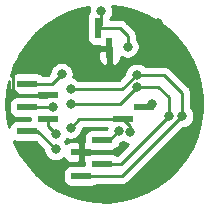
<source format=gbr>
%TF.GenerationSoftware,KiCad,Pcbnew,(5.1.7)-1*%
%TF.CreationDate,2021-04-19T22:56:07+02:00*%
%TF.ProjectId,TMA,544d412e-6b69-4636-9164-5f7063625858,rev?*%
%TF.SameCoordinates,Original*%
%TF.FileFunction,Copper,L2,Bot*%
%TF.FilePolarity,Positive*%
%FSLAX46Y46*%
G04 Gerber Fmt 4.6, Leading zero omitted, Abs format (unit mm)*
G04 Created by KiCad (PCBNEW (5.1.7)-1) date 2021-04-19 22:56:07*
%MOMM*%
%LPD*%
G01*
G04 APERTURE LIST*
%TA.AperFunction,SMDPad,CuDef*%
%ADD10R,1.750000X0.600000*%
%TD*%
%TA.AperFunction,SMDPad,CuDef*%
%ADD11R,0.600000X1.750000*%
%TD*%
%TA.AperFunction,ViaPad*%
%ADD12C,0.800000*%
%TD*%
%TA.AperFunction,Conductor*%
%ADD13C,0.250000*%
%TD*%
%TA.AperFunction,Conductor*%
%ADD14C,0.254000*%
%TD*%
%TA.AperFunction,Conductor*%
%ADD15C,0.100000*%
%TD*%
G04 APERTURE END LIST*
D10*
%TO.P,J4,2*%
%TO.N,+3V3*%
X78345000Y-50300000D03*
%TO.P,J4,1*%
%TO.N,MODE*%
X76595000Y-51300000D03*
%TD*%
%TO.P,J3,4*%
%TO.N,+3V3*%
X74789000Y-53110000D03*
%TO.P,J3,2*%
%TO.N,SDA*%
X74789000Y-55110000D03*
%TO.P,J3,3*%
%TO.N,GND*%
X73039000Y-54110000D03*
%TO.P,J3,1*%
%TO.N,SCL*%
X73039000Y-56110000D03*
%TD*%
%TO.P,J2,4*%
%TO.N,GND*%
X70217000Y-49292000D03*
%TO.P,J2,2*%
%TO.N,RXD*%
X70217000Y-51292000D03*
%TO.P,J2,5*%
%TO.N,+3V3*%
X68467000Y-48292000D03*
%TO.P,J2,3*%
%TO.N,UPDI*%
X68467000Y-50292000D03*
%TO.P,J2,1*%
%TO.N,TXD*%
X68467000Y-52292000D03*
%TD*%
D11*
%TO.P,J1,2*%
%TO.N,Net-(C4-Pad1)*%
X74430000Y-43575000D03*
%TO.P,J1,1*%
%TO.N,GND*%
X75430000Y-45325000D03*
%TD*%
D12*
%TO.N,GND*%
X79502000Y-43180000D03*
X75082400Y-57454800D03*
X76047600Y-54102000D03*
%TO.N,+3V3*%
X71374000Y-47498000D03*
X78994000Y-50038000D03*
X76200000Y-52324000D03*
%TO.N,SDA*%
X77740614Y-48584517D03*
X72136000Y-50038000D03*
X80432387Y-51054000D03*
%TO.N,SCL*%
X72136000Y-48768000D03*
X77737633Y-47562192D03*
X81584800Y-51053982D03*
%TO.N,Net-(C4-Pad1)*%
X74706002Y-42164000D03*
X76962000Y-45161201D03*
%TO.N,UPDI*%
X70612000Y-50292000D03*
%TO.N,MODE*%
X72136000Y-52033000D03*
X77194508Y-52428685D03*
%TO.N,RXD*%
X70866000Y-52578000D03*
%TO.N,TXD*%
X70866000Y-53848000D03*
%TD*%
D13*
%TO.N,GND*%
X67266999Y-48852001D02*
X67266999Y-47388601D01*
X67706998Y-49292000D02*
X67266999Y-48852001D01*
X70217000Y-49292000D02*
X67706998Y-49292000D01*
%TO.N,+3V3*%
X74789000Y-53110000D02*
X74906000Y-53110000D01*
X70580000Y-48292000D02*
X71374000Y-47498000D01*
X68467000Y-48292000D02*
X70580000Y-48292000D01*
X78732000Y-50300000D02*
X78994000Y-50038000D01*
X78345000Y-50300000D02*
X78732000Y-50300000D01*
X74789000Y-53110000D02*
X75414000Y-53110000D01*
X75414000Y-53110000D02*
X76200000Y-52324000D01*
%TO.N,SDA*%
X77740614Y-48584517D02*
X76287131Y-50038000D01*
X76287131Y-50038000D02*
X72136000Y-50038000D01*
X74789000Y-55110000D02*
X76376387Y-55110000D01*
X79572517Y-48584517D02*
X80432387Y-49444387D01*
X77740614Y-48584517D02*
X79572517Y-48584517D01*
X80432387Y-49444387D02*
X80432387Y-51054000D01*
X76376387Y-55110000D02*
X80432387Y-51054000D01*
%TO.N,SCL*%
X76531825Y-48768000D02*
X77737633Y-47562192D01*
X72136000Y-48768000D02*
X76531825Y-48768000D01*
X76528782Y-56110000D02*
X81584800Y-51053982D01*
X73039000Y-56110000D02*
X76528782Y-56110000D01*
X81584800Y-49072800D02*
X81584800Y-51053982D01*
X80074192Y-47562192D02*
X81584800Y-49072800D01*
X77737633Y-47562192D02*
X80074192Y-47562192D01*
%TO.N,Net-(C4-Pad1)*%
X74706002Y-43298998D02*
X74430000Y-43575000D01*
X74706002Y-42164000D02*
X74706002Y-43298998D01*
X76962000Y-45161201D02*
X76962000Y-44246800D01*
X76290200Y-43575000D02*
X74430000Y-43575000D01*
X76962000Y-44246800D02*
X76290200Y-43575000D01*
%TO.N,UPDI*%
X68467000Y-50292000D02*
X70612000Y-50292000D01*
%TO.N,MODE*%
X72869000Y-51300000D02*
X72136000Y-52033000D01*
X76595000Y-51300000D02*
X72869000Y-51300000D01*
X77194508Y-51899508D02*
X76595000Y-51300000D01*
X77194508Y-52428685D02*
X77194508Y-51899508D01*
%TO.N,RXD*%
X70217000Y-51929000D02*
X70866000Y-52578000D01*
X70217000Y-51292000D02*
X70217000Y-51929000D01*
%TO.N,TXD*%
X69310000Y-52292000D02*
X70866000Y-53848000D01*
X68467000Y-52292000D02*
X69310000Y-52292000D01*
%TD*%
D14*
%TO.N,GND*%
X76378870Y-41825478D02*
X77456125Y-42082200D01*
X78489549Y-42480216D01*
X79460703Y-43012423D01*
X80352255Y-43669323D01*
X81148296Y-44439195D01*
X81834621Y-45308299D01*
X82398981Y-46261126D01*
X82831307Y-47280674D01*
X83123883Y-48348748D01*
X83271487Y-49446289D01*
X83271487Y-50553711D01*
X83123883Y-51651252D01*
X82831307Y-52719326D01*
X82398981Y-53738874D01*
X81834621Y-54691701D01*
X81148296Y-55560805D01*
X80352255Y-56330677D01*
X79460703Y-56987577D01*
X78489549Y-57519784D01*
X77456125Y-57917800D01*
X76378870Y-58174522D01*
X75277010Y-58285371D01*
X74170207Y-58248366D01*
X73078211Y-58064169D01*
X72020510Y-57736067D01*
X71015977Y-57269915D01*
X70082540Y-56674031D01*
X69236855Y-55959048D01*
X68494013Y-55137727D01*
X67867271Y-54224722D01*
X67367812Y-53236327D01*
X67348887Y-53181826D01*
X67467518Y-53217812D01*
X67592000Y-53230072D01*
X69173271Y-53230072D01*
X69831000Y-53887802D01*
X69831000Y-53949939D01*
X69870774Y-54149898D01*
X69948795Y-54338256D01*
X70062063Y-54507774D01*
X70206226Y-54651937D01*
X70375744Y-54765205D01*
X70564102Y-54843226D01*
X70764061Y-54883000D01*
X70967939Y-54883000D01*
X71167898Y-54843226D01*
X71356256Y-54765205D01*
X71525774Y-54651937D01*
X71562636Y-54615075D01*
X71574498Y-54654180D01*
X71633463Y-54764494D01*
X71712815Y-54861185D01*
X71809506Y-54940537D01*
X71919820Y-54999502D01*
X72039518Y-55035812D01*
X72164000Y-55048072D01*
X72753250Y-55045000D01*
X72912000Y-54886250D01*
X72912000Y-54237000D01*
X72892000Y-54237000D01*
X72892000Y-53983000D01*
X72912000Y-53983000D01*
X72912000Y-53333750D01*
X72753250Y-53175000D01*
X72164000Y-53171928D01*
X72039518Y-53184188D01*
X71919820Y-53220498D01*
X71809506Y-53279463D01*
X71758738Y-53321127D01*
X71686490Y-53213000D01*
X71783205Y-53068256D01*
X71804812Y-53016093D01*
X71834102Y-53028226D01*
X72034061Y-53068000D01*
X72237939Y-53068000D01*
X72437898Y-53028226D01*
X72626256Y-52950205D01*
X72795774Y-52836937D01*
X72939937Y-52692774D01*
X73053205Y-52523256D01*
X73131226Y-52334898D01*
X73171000Y-52134939D01*
X73171000Y-52072802D01*
X73183802Y-52060000D01*
X75197236Y-52060000D01*
X75174972Y-52171928D01*
X73914000Y-52171928D01*
X73789518Y-52184188D01*
X73669820Y-52220498D01*
X73559506Y-52279463D01*
X73462815Y-52358815D01*
X73383463Y-52455506D01*
X73324498Y-52565820D01*
X73288188Y-52685518D01*
X73275928Y-52810000D01*
X73275928Y-53223822D01*
X73166000Y-53333750D01*
X73166000Y-53983000D01*
X73638947Y-53983000D01*
X73669820Y-53999502D01*
X73789518Y-54035812D01*
X73914000Y-54048072D01*
X75664000Y-54048072D01*
X75788482Y-54035812D01*
X75908180Y-53999502D01*
X76018494Y-53940537D01*
X76115185Y-53861185D01*
X76194537Y-53764494D01*
X76253502Y-53654180D01*
X76289812Y-53534482D01*
X76302072Y-53410000D01*
X76302072Y-53358974D01*
X76501898Y-53319226D01*
X76602180Y-53277688D01*
X76704252Y-53345890D01*
X76892610Y-53423911D01*
X76971903Y-53439683D01*
X76080904Y-54330682D01*
X76018494Y-54279463D01*
X75908180Y-54220498D01*
X75788482Y-54184188D01*
X75664000Y-54171928D01*
X73914000Y-54171928D01*
X73789518Y-54184188D01*
X73669820Y-54220498D01*
X73638947Y-54237000D01*
X73166000Y-54237000D01*
X73166000Y-54886250D01*
X73275928Y-54996178D01*
X73275928Y-55171928D01*
X72164000Y-55171928D01*
X72039518Y-55184188D01*
X71919820Y-55220498D01*
X71809506Y-55279463D01*
X71712815Y-55358815D01*
X71633463Y-55455506D01*
X71574498Y-55565820D01*
X71538188Y-55685518D01*
X71525928Y-55810000D01*
X71525928Y-56410000D01*
X71538188Y-56534482D01*
X71574498Y-56654180D01*
X71633463Y-56764494D01*
X71712815Y-56861185D01*
X71809506Y-56940537D01*
X71919820Y-56999502D01*
X72039518Y-57035812D01*
X72164000Y-57048072D01*
X73914000Y-57048072D01*
X74038482Y-57035812D01*
X74158180Y-56999502D01*
X74268494Y-56940537D01*
X74354444Y-56870000D01*
X76491460Y-56870000D01*
X76528782Y-56873676D01*
X76566104Y-56870000D01*
X76566115Y-56870000D01*
X76677768Y-56859003D01*
X76821029Y-56815546D01*
X76953058Y-56744974D01*
X77068783Y-56650001D01*
X77092586Y-56620997D01*
X81624602Y-52088982D01*
X81686739Y-52088982D01*
X81886698Y-52049208D01*
X82075056Y-51971187D01*
X82244574Y-51857919D01*
X82388737Y-51713756D01*
X82502005Y-51544238D01*
X82580026Y-51355880D01*
X82619800Y-51155921D01*
X82619800Y-50952043D01*
X82580026Y-50752084D01*
X82502005Y-50563726D01*
X82388737Y-50394208D01*
X82344800Y-50350271D01*
X82344800Y-49110122D01*
X82348476Y-49072799D01*
X82344800Y-49035476D01*
X82344800Y-49035467D01*
X82333803Y-48923814D01*
X82290346Y-48780553D01*
X82219774Y-48648524D01*
X82124801Y-48532799D01*
X82095804Y-48509002D01*
X80637996Y-47051195D01*
X80614193Y-47022191D01*
X80498468Y-46927218D01*
X80366439Y-46856646D01*
X80223178Y-46813189D01*
X80111525Y-46802192D01*
X80111514Y-46802192D01*
X80074192Y-46798516D01*
X80036870Y-46802192D01*
X78441344Y-46802192D01*
X78397407Y-46758255D01*
X78227889Y-46644987D01*
X78039531Y-46566966D01*
X77839572Y-46527192D01*
X77635694Y-46527192D01*
X77435735Y-46566966D01*
X77247377Y-46644987D01*
X77077859Y-46758255D01*
X76933696Y-46902418D01*
X76820428Y-47071936D01*
X76742407Y-47260294D01*
X76702633Y-47460253D01*
X76702633Y-47522390D01*
X76217024Y-48008000D01*
X72839711Y-48008000D01*
X72795774Y-47964063D01*
X72626256Y-47850795D01*
X72437898Y-47772774D01*
X72377030Y-47760667D01*
X72409000Y-47599939D01*
X72409000Y-47396061D01*
X72369226Y-47196102D01*
X72291205Y-47007744D01*
X72177937Y-46838226D01*
X72033774Y-46694063D01*
X71864256Y-46580795D01*
X71675898Y-46502774D01*
X71475939Y-46463000D01*
X71272061Y-46463000D01*
X71072102Y-46502774D01*
X70883744Y-46580795D01*
X70714226Y-46694063D01*
X70570063Y-46838226D01*
X70456795Y-47007744D01*
X70378774Y-47196102D01*
X70339000Y-47396061D01*
X70339000Y-47458199D01*
X70265199Y-47532000D01*
X69782444Y-47532000D01*
X69696494Y-47461463D01*
X69586180Y-47402498D01*
X69466482Y-47366188D01*
X69342000Y-47353928D01*
X67592000Y-47353928D01*
X67467518Y-47366188D01*
X67347820Y-47402498D01*
X67237506Y-47461463D01*
X67140815Y-47540815D01*
X67066528Y-47631335D01*
X67367812Y-46763673D01*
X67652649Y-46200000D01*
X74491928Y-46200000D01*
X74504188Y-46324482D01*
X74540498Y-46444180D01*
X74599463Y-46554494D01*
X74678815Y-46651185D01*
X74775506Y-46730537D01*
X74885820Y-46789502D01*
X75005518Y-46825812D01*
X75130000Y-46838072D01*
X75144250Y-46835000D01*
X75303000Y-46676250D01*
X75303000Y-45452000D01*
X74653750Y-45452000D01*
X74495000Y-45610750D01*
X74491928Y-46200000D01*
X67652649Y-46200000D01*
X67867271Y-45775278D01*
X68494013Y-44862273D01*
X69236855Y-44040952D01*
X70082540Y-43325969D01*
X71015977Y-42730085D01*
X72020510Y-42263933D01*
X73078211Y-41935831D01*
X73725459Y-41826654D01*
X73710776Y-41862102D01*
X73671002Y-42062061D01*
X73671002Y-42258335D01*
X73599463Y-42345506D01*
X73540498Y-42455820D01*
X73504188Y-42575518D01*
X73491928Y-42700000D01*
X73491928Y-44450000D01*
X73504188Y-44574482D01*
X73540498Y-44694180D01*
X73599463Y-44804494D01*
X73678815Y-44901185D01*
X73775506Y-44980537D01*
X73885820Y-45039502D01*
X74005518Y-45075812D01*
X74130000Y-45088072D01*
X74543822Y-45088072D01*
X74653750Y-45198000D01*
X75303000Y-45198000D01*
X75303000Y-45178000D01*
X75557000Y-45178000D01*
X75557000Y-45198000D01*
X75577000Y-45198000D01*
X75577000Y-45452000D01*
X75557000Y-45452000D01*
X75557000Y-46676250D01*
X75715750Y-46835000D01*
X75730000Y-46838072D01*
X75854482Y-46825812D01*
X75974180Y-46789502D01*
X76084494Y-46730537D01*
X76181185Y-46651185D01*
X76260537Y-46554494D01*
X76319502Y-46444180D01*
X76355812Y-46324482D01*
X76368072Y-46200000D01*
X76367073Y-46008468D01*
X76471744Y-46078406D01*
X76660102Y-46156427D01*
X76860061Y-46196201D01*
X77063939Y-46196201D01*
X77263898Y-46156427D01*
X77452256Y-46078406D01*
X77621774Y-45965138D01*
X77765937Y-45820975D01*
X77879205Y-45651457D01*
X77957226Y-45463099D01*
X77997000Y-45263140D01*
X77997000Y-45059262D01*
X77957226Y-44859303D01*
X77879205Y-44670945D01*
X77765937Y-44501427D01*
X77722000Y-44457490D01*
X77722000Y-44284125D01*
X77725676Y-44246800D01*
X77722000Y-44209475D01*
X77722000Y-44209467D01*
X77711003Y-44097814D01*
X77667546Y-43954553D01*
X77596974Y-43822524D01*
X77502001Y-43706799D01*
X77473002Y-43683000D01*
X76854003Y-43064002D01*
X76830201Y-43034999D01*
X76714476Y-42940026D01*
X76582447Y-42869454D01*
X76439186Y-42825997D01*
X76327533Y-42815000D01*
X76327522Y-42815000D01*
X76290200Y-42811324D01*
X76252878Y-42815000D01*
X75515802Y-42815000D01*
X75623207Y-42654256D01*
X75701228Y-42465898D01*
X75741002Y-42265939D01*
X75741002Y-42062061D01*
X75701228Y-41862102D01*
X75655932Y-41752749D01*
X76378870Y-41825478D01*
%TA.AperFunction,Conductor*%
D15*
G36*
X76378870Y-41825478D02*
G01*
X77456125Y-42082200D01*
X78489549Y-42480216D01*
X79460703Y-43012423D01*
X80352255Y-43669323D01*
X81148296Y-44439195D01*
X81834621Y-45308299D01*
X82398981Y-46261126D01*
X82831307Y-47280674D01*
X83123883Y-48348748D01*
X83271487Y-49446289D01*
X83271487Y-50553711D01*
X83123883Y-51651252D01*
X82831307Y-52719326D01*
X82398981Y-53738874D01*
X81834621Y-54691701D01*
X81148296Y-55560805D01*
X80352255Y-56330677D01*
X79460703Y-56987577D01*
X78489549Y-57519784D01*
X77456125Y-57917800D01*
X76378870Y-58174522D01*
X75277010Y-58285371D01*
X74170207Y-58248366D01*
X73078211Y-58064169D01*
X72020510Y-57736067D01*
X71015977Y-57269915D01*
X70082540Y-56674031D01*
X69236855Y-55959048D01*
X68494013Y-55137727D01*
X67867271Y-54224722D01*
X67367812Y-53236327D01*
X67348887Y-53181826D01*
X67467518Y-53217812D01*
X67592000Y-53230072D01*
X69173271Y-53230072D01*
X69831000Y-53887802D01*
X69831000Y-53949939D01*
X69870774Y-54149898D01*
X69948795Y-54338256D01*
X70062063Y-54507774D01*
X70206226Y-54651937D01*
X70375744Y-54765205D01*
X70564102Y-54843226D01*
X70764061Y-54883000D01*
X70967939Y-54883000D01*
X71167898Y-54843226D01*
X71356256Y-54765205D01*
X71525774Y-54651937D01*
X71562636Y-54615075D01*
X71574498Y-54654180D01*
X71633463Y-54764494D01*
X71712815Y-54861185D01*
X71809506Y-54940537D01*
X71919820Y-54999502D01*
X72039518Y-55035812D01*
X72164000Y-55048072D01*
X72753250Y-55045000D01*
X72912000Y-54886250D01*
X72912000Y-54237000D01*
X72892000Y-54237000D01*
X72892000Y-53983000D01*
X72912000Y-53983000D01*
X72912000Y-53333750D01*
X72753250Y-53175000D01*
X72164000Y-53171928D01*
X72039518Y-53184188D01*
X71919820Y-53220498D01*
X71809506Y-53279463D01*
X71758738Y-53321127D01*
X71686490Y-53213000D01*
X71783205Y-53068256D01*
X71804812Y-53016093D01*
X71834102Y-53028226D01*
X72034061Y-53068000D01*
X72237939Y-53068000D01*
X72437898Y-53028226D01*
X72626256Y-52950205D01*
X72795774Y-52836937D01*
X72939937Y-52692774D01*
X73053205Y-52523256D01*
X73131226Y-52334898D01*
X73171000Y-52134939D01*
X73171000Y-52072802D01*
X73183802Y-52060000D01*
X75197236Y-52060000D01*
X75174972Y-52171928D01*
X73914000Y-52171928D01*
X73789518Y-52184188D01*
X73669820Y-52220498D01*
X73559506Y-52279463D01*
X73462815Y-52358815D01*
X73383463Y-52455506D01*
X73324498Y-52565820D01*
X73288188Y-52685518D01*
X73275928Y-52810000D01*
X73275928Y-53223822D01*
X73166000Y-53333750D01*
X73166000Y-53983000D01*
X73638947Y-53983000D01*
X73669820Y-53999502D01*
X73789518Y-54035812D01*
X73914000Y-54048072D01*
X75664000Y-54048072D01*
X75788482Y-54035812D01*
X75908180Y-53999502D01*
X76018494Y-53940537D01*
X76115185Y-53861185D01*
X76194537Y-53764494D01*
X76253502Y-53654180D01*
X76289812Y-53534482D01*
X76302072Y-53410000D01*
X76302072Y-53358974D01*
X76501898Y-53319226D01*
X76602180Y-53277688D01*
X76704252Y-53345890D01*
X76892610Y-53423911D01*
X76971903Y-53439683D01*
X76080904Y-54330682D01*
X76018494Y-54279463D01*
X75908180Y-54220498D01*
X75788482Y-54184188D01*
X75664000Y-54171928D01*
X73914000Y-54171928D01*
X73789518Y-54184188D01*
X73669820Y-54220498D01*
X73638947Y-54237000D01*
X73166000Y-54237000D01*
X73166000Y-54886250D01*
X73275928Y-54996178D01*
X73275928Y-55171928D01*
X72164000Y-55171928D01*
X72039518Y-55184188D01*
X71919820Y-55220498D01*
X71809506Y-55279463D01*
X71712815Y-55358815D01*
X71633463Y-55455506D01*
X71574498Y-55565820D01*
X71538188Y-55685518D01*
X71525928Y-55810000D01*
X71525928Y-56410000D01*
X71538188Y-56534482D01*
X71574498Y-56654180D01*
X71633463Y-56764494D01*
X71712815Y-56861185D01*
X71809506Y-56940537D01*
X71919820Y-56999502D01*
X72039518Y-57035812D01*
X72164000Y-57048072D01*
X73914000Y-57048072D01*
X74038482Y-57035812D01*
X74158180Y-56999502D01*
X74268494Y-56940537D01*
X74354444Y-56870000D01*
X76491460Y-56870000D01*
X76528782Y-56873676D01*
X76566104Y-56870000D01*
X76566115Y-56870000D01*
X76677768Y-56859003D01*
X76821029Y-56815546D01*
X76953058Y-56744974D01*
X77068783Y-56650001D01*
X77092586Y-56620997D01*
X81624602Y-52088982D01*
X81686739Y-52088982D01*
X81886698Y-52049208D01*
X82075056Y-51971187D01*
X82244574Y-51857919D01*
X82388737Y-51713756D01*
X82502005Y-51544238D01*
X82580026Y-51355880D01*
X82619800Y-51155921D01*
X82619800Y-50952043D01*
X82580026Y-50752084D01*
X82502005Y-50563726D01*
X82388737Y-50394208D01*
X82344800Y-50350271D01*
X82344800Y-49110122D01*
X82348476Y-49072799D01*
X82344800Y-49035476D01*
X82344800Y-49035467D01*
X82333803Y-48923814D01*
X82290346Y-48780553D01*
X82219774Y-48648524D01*
X82124801Y-48532799D01*
X82095804Y-48509002D01*
X80637996Y-47051195D01*
X80614193Y-47022191D01*
X80498468Y-46927218D01*
X80366439Y-46856646D01*
X80223178Y-46813189D01*
X80111525Y-46802192D01*
X80111514Y-46802192D01*
X80074192Y-46798516D01*
X80036870Y-46802192D01*
X78441344Y-46802192D01*
X78397407Y-46758255D01*
X78227889Y-46644987D01*
X78039531Y-46566966D01*
X77839572Y-46527192D01*
X77635694Y-46527192D01*
X77435735Y-46566966D01*
X77247377Y-46644987D01*
X77077859Y-46758255D01*
X76933696Y-46902418D01*
X76820428Y-47071936D01*
X76742407Y-47260294D01*
X76702633Y-47460253D01*
X76702633Y-47522390D01*
X76217024Y-48008000D01*
X72839711Y-48008000D01*
X72795774Y-47964063D01*
X72626256Y-47850795D01*
X72437898Y-47772774D01*
X72377030Y-47760667D01*
X72409000Y-47599939D01*
X72409000Y-47396061D01*
X72369226Y-47196102D01*
X72291205Y-47007744D01*
X72177937Y-46838226D01*
X72033774Y-46694063D01*
X71864256Y-46580795D01*
X71675898Y-46502774D01*
X71475939Y-46463000D01*
X71272061Y-46463000D01*
X71072102Y-46502774D01*
X70883744Y-46580795D01*
X70714226Y-46694063D01*
X70570063Y-46838226D01*
X70456795Y-47007744D01*
X70378774Y-47196102D01*
X70339000Y-47396061D01*
X70339000Y-47458199D01*
X70265199Y-47532000D01*
X69782444Y-47532000D01*
X69696494Y-47461463D01*
X69586180Y-47402498D01*
X69466482Y-47366188D01*
X69342000Y-47353928D01*
X67592000Y-47353928D01*
X67467518Y-47366188D01*
X67347820Y-47402498D01*
X67237506Y-47461463D01*
X67140815Y-47540815D01*
X67066528Y-47631335D01*
X67367812Y-46763673D01*
X67652649Y-46200000D01*
X74491928Y-46200000D01*
X74504188Y-46324482D01*
X74540498Y-46444180D01*
X74599463Y-46554494D01*
X74678815Y-46651185D01*
X74775506Y-46730537D01*
X74885820Y-46789502D01*
X75005518Y-46825812D01*
X75130000Y-46838072D01*
X75144250Y-46835000D01*
X75303000Y-46676250D01*
X75303000Y-45452000D01*
X74653750Y-45452000D01*
X74495000Y-45610750D01*
X74491928Y-46200000D01*
X67652649Y-46200000D01*
X67867271Y-45775278D01*
X68494013Y-44862273D01*
X69236855Y-44040952D01*
X70082540Y-43325969D01*
X71015977Y-42730085D01*
X72020510Y-42263933D01*
X73078211Y-41935831D01*
X73725459Y-41826654D01*
X73710776Y-41862102D01*
X73671002Y-42062061D01*
X73671002Y-42258335D01*
X73599463Y-42345506D01*
X73540498Y-42455820D01*
X73504188Y-42575518D01*
X73491928Y-42700000D01*
X73491928Y-44450000D01*
X73504188Y-44574482D01*
X73540498Y-44694180D01*
X73599463Y-44804494D01*
X73678815Y-44901185D01*
X73775506Y-44980537D01*
X73885820Y-45039502D01*
X74005518Y-45075812D01*
X74130000Y-45088072D01*
X74543822Y-45088072D01*
X74653750Y-45198000D01*
X75303000Y-45198000D01*
X75303000Y-45178000D01*
X75557000Y-45178000D01*
X75557000Y-45198000D01*
X75577000Y-45198000D01*
X75577000Y-45452000D01*
X75557000Y-45452000D01*
X75557000Y-46676250D01*
X75715750Y-46835000D01*
X75730000Y-46838072D01*
X75854482Y-46825812D01*
X75974180Y-46789502D01*
X76084494Y-46730537D01*
X76181185Y-46651185D01*
X76260537Y-46554494D01*
X76319502Y-46444180D01*
X76355812Y-46324482D01*
X76368072Y-46200000D01*
X76367073Y-46008468D01*
X76471744Y-46078406D01*
X76660102Y-46156427D01*
X76860061Y-46196201D01*
X77063939Y-46196201D01*
X77263898Y-46156427D01*
X77452256Y-46078406D01*
X77621774Y-45965138D01*
X77765937Y-45820975D01*
X77879205Y-45651457D01*
X77957226Y-45463099D01*
X77997000Y-45263140D01*
X77997000Y-45059262D01*
X77957226Y-44859303D01*
X77879205Y-44670945D01*
X77765937Y-44501427D01*
X77722000Y-44457490D01*
X77722000Y-44284125D01*
X77725676Y-44246800D01*
X77722000Y-44209475D01*
X77722000Y-44209467D01*
X77711003Y-44097814D01*
X77667546Y-43954553D01*
X77596974Y-43822524D01*
X77502001Y-43706799D01*
X77473002Y-43683000D01*
X76854003Y-43064002D01*
X76830201Y-43034999D01*
X76714476Y-42940026D01*
X76582447Y-42869454D01*
X76439186Y-42825997D01*
X76327533Y-42815000D01*
X76327522Y-42815000D01*
X76290200Y-42811324D01*
X76252878Y-42815000D01*
X75515802Y-42815000D01*
X75623207Y-42654256D01*
X75701228Y-42465898D01*
X75741002Y-42265939D01*
X75741002Y-42062061D01*
X75701228Y-41862102D01*
X75655932Y-41752749D01*
X76378870Y-41825478D01*
G37*
%TD.AperFunction*%
D14*
X66953928Y-48592000D02*
X66966188Y-48716482D01*
X67002498Y-48836180D01*
X67061463Y-48946494D01*
X67140815Y-49043185D01*
X67237506Y-49122537D01*
X67347820Y-49181502D01*
X67467518Y-49217812D01*
X67592000Y-49230072D01*
X69342000Y-49230072D01*
X69466482Y-49217812D01*
X69586180Y-49181502D01*
X69617053Y-49165000D01*
X70090000Y-49165000D01*
X70090000Y-49145000D01*
X70344000Y-49145000D01*
X70344000Y-49165000D01*
X70364000Y-49165000D01*
X70364000Y-49286053D01*
X70310102Y-49296774D01*
X70121744Y-49374795D01*
X70055586Y-49419000D01*
X69617053Y-49419000D01*
X69586180Y-49402498D01*
X69466482Y-49366188D01*
X69342000Y-49353928D01*
X67592000Y-49353928D01*
X67467518Y-49366188D01*
X67347820Y-49402498D01*
X67237506Y-49461463D01*
X67140815Y-49540815D01*
X67061463Y-49637506D01*
X67002498Y-49747820D01*
X66966188Y-49867518D01*
X66953928Y-49992000D01*
X66953928Y-50592000D01*
X66966188Y-50716482D01*
X67002498Y-50836180D01*
X67061463Y-50946494D01*
X67140815Y-51043185D01*
X67237506Y-51122537D01*
X67347820Y-51181502D01*
X67467518Y-51217812D01*
X67592000Y-51230072D01*
X68703928Y-51230072D01*
X68703928Y-51353928D01*
X67592000Y-51353928D01*
X67467518Y-51366188D01*
X67347820Y-51402498D01*
X67237506Y-51461463D01*
X67140815Y-51540815D01*
X67061463Y-51637506D01*
X67002498Y-51747820D01*
X66966188Y-51867518D01*
X66957303Y-51957729D01*
X66783968Y-51104949D01*
X66710000Y-50000000D01*
X66783968Y-48895051D01*
X66953928Y-48058877D01*
X66953928Y-48592000D01*
%TA.AperFunction,Conductor*%
D15*
G36*
X66953928Y-48592000D02*
G01*
X66966188Y-48716482D01*
X67002498Y-48836180D01*
X67061463Y-48946494D01*
X67140815Y-49043185D01*
X67237506Y-49122537D01*
X67347820Y-49181502D01*
X67467518Y-49217812D01*
X67592000Y-49230072D01*
X69342000Y-49230072D01*
X69466482Y-49217812D01*
X69586180Y-49181502D01*
X69617053Y-49165000D01*
X70090000Y-49165000D01*
X70090000Y-49145000D01*
X70344000Y-49145000D01*
X70344000Y-49165000D01*
X70364000Y-49165000D01*
X70364000Y-49286053D01*
X70310102Y-49296774D01*
X70121744Y-49374795D01*
X70055586Y-49419000D01*
X69617053Y-49419000D01*
X69586180Y-49402498D01*
X69466482Y-49366188D01*
X69342000Y-49353928D01*
X67592000Y-49353928D01*
X67467518Y-49366188D01*
X67347820Y-49402498D01*
X67237506Y-49461463D01*
X67140815Y-49540815D01*
X67061463Y-49637506D01*
X67002498Y-49747820D01*
X66966188Y-49867518D01*
X66953928Y-49992000D01*
X66953928Y-50592000D01*
X66966188Y-50716482D01*
X67002498Y-50836180D01*
X67061463Y-50946494D01*
X67140815Y-51043185D01*
X67237506Y-51122537D01*
X67347820Y-51181502D01*
X67467518Y-51217812D01*
X67592000Y-51230072D01*
X68703928Y-51230072D01*
X68703928Y-51353928D01*
X67592000Y-51353928D01*
X67467518Y-51366188D01*
X67347820Y-51402498D01*
X67237506Y-51461463D01*
X67140815Y-51540815D01*
X67061463Y-51637506D01*
X67002498Y-51747820D01*
X66966188Y-51867518D01*
X66957303Y-51957729D01*
X66783968Y-51104949D01*
X66710000Y-50000000D01*
X66783968Y-48895051D01*
X66953928Y-48058877D01*
X66953928Y-48592000D01*
G37*
%TD.AperFunction*%
%TD*%
M02*

</source>
